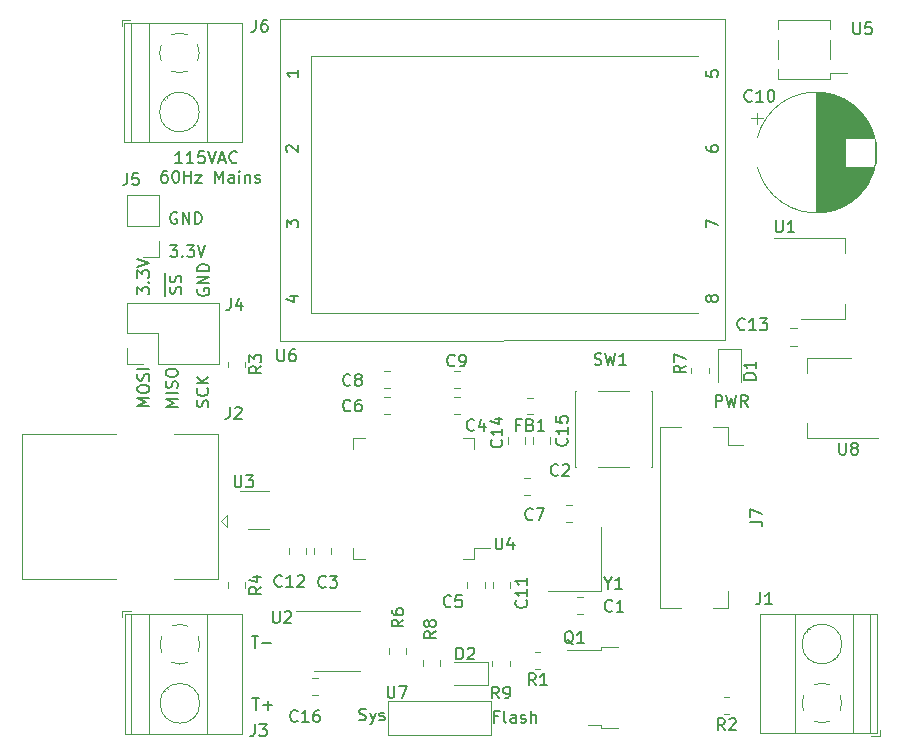
<source format=gbr>
%TF.GenerationSoftware,KiCad,Pcbnew,5.1.12-84ad8e8a86~92~ubuntu20.04.1*%
%TF.CreationDate,2021-12-25T01:33:58-06:00*%
%TF.ProjectId,Solder_Reflow_Oven_2.0,536f6c64-6572-45f5-9265-666c6f775f4f,rev?*%
%TF.SameCoordinates,Original*%
%TF.FileFunction,Legend,Top*%
%TF.FilePolarity,Positive*%
%FSLAX46Y46*%
G04 Gerber Fmt 4.6, Leading zero omitted, Abs format (unit mm)*
G04 Created by KiCad (PCBNEW 5.1.12-84ad8e8a86~92~ubuntu20.04.1) date 2021-12-25 01:33:58*
%MOMM*%
%LPD*%
G01*
G04 APERTURE LIST*
%ADD10C,0.150000*%
%ADD11C,0.120000*%
G04 APERTURE END LIST*
D10*
X89928866Y-106687880D02*
X89928866Y-105687880D01*
X90309819Y-105687880D01*
X90405057Y-105735500D01*
X90452676Y-105783119D01*
X90500295Y-105878357D01*
X90500295Y-106021214D01*
X90452676Y-106116452D01*
X90405057Y-106164071D01*
X90309819Y-106211690D01*
X89928866Y-106211690D01*
X90833628Y-105687880D02*
X91071723Y-106687880D01*
X91262200Y-105973595D01*
X91452676Y-106687880D01*
X91690771Y-105687880D01*
X92643152Y-106687880D02*
X92309819Y-106211690D01*
X92071723Y-106687880D02*
X92071723Y-105687880D01*
X92452676Y-105687880D01*
X92547914Y-105735500D01*
X92595533Y-105783119D01*
X92643152Y-105878357D01*
X92643152Y-106021214D01*
X92595533Y-106116452D01*
X92547914Y-106164071D01*
X92452676Y-106211690D01*
X92071723Y-106211690D01*
X71532928Y-132897571D02*
X71199595Y-132897571D01*
X71199595Y-133421380D02*
X71199595Y-132421380D01*
X71675785Y-132421380D01*
X72199595Y-133421380D02*
X72104357Y-133373761D01*
X72056738Y-133278523D01*
X72056738Y-132421380D01*
X73009119Y-133421380D02*
X73009119Y-132897571D01*
X72961500Y-132802333D01*
X72866261Y-132754714D01*
X72675785Y-132754714D01*
X72580547Y-132802333D01*
X73009119Y-133373761D02*
X72913880Y-133421380D01*
X72675785Y-133421380D01*
X72580547Y-133373761D01*
X72532928Y-133278523D01*
X72532928Y-133183285D01*
X72580547Y-133088047D01*
X72675785Y-133040428D01*
X72913880Y-133040428D01*
X73009119Y-132992809D01*
X73437690Y-133373761D02*
X73532928Y-133421380D01*
X73723404Y-133421380D01*
X73818642Y-133373761D01*
X73866261Y-133278523D01*
X73866261Y-133230904D01*
X73818642Y-133135666D01*
X73723404Y-133088047D01*
X73580547Y-133088047D01*
X73485309Y-133040428D01*
X73437690Y-132945190D01*
X73437690Y-132897571D01*
X73485309Y-132802333D01*
X73580547Y-132754714D01*
X73723404Y-132754714D01*
X73818642Y-132802333D01*
X74294833Y-133421380D02*
X74294833Y-132421380D01*
X74723404Y-133421380D02*
X74723404Y-132897571D01*
X74675785Y-132802333D01*
X74580547Y-132754714D01*
X74437690Y-132754714D01*
X74342452Y-132802333D01*
X74294833Y-132849952D01*
X59761571Y-133183261D02*
X59904428Y-133230880D01*
X60142523Y-133230880D01*
X60237761Y-133183261D01*
X60285380Y-133135642D01*
X60333000Y-133040404D01*
X60333000Y-132945166D01*
X60285380Y-132849928D01*
X60237761Y-132802309D01*
X60142523Y-132754690D01*
X59952047Y-132707071D01*
X59856809Y-132659452D01*
X59809190Y-132611833D01*
X59761571Y-132516595D01*
X59761571Y-132421357D01*
X59809190Y-132326119D01*
X59856809Y-132278500D01*
X59952047Y-132230880D01*
X60190142Y-132230880D01*
X60333000Y-132278500D01*
X60666333Y-132564214D02*
X60904428Y-133230880D01*
X61142523Y-132564214D02*
X60904428Y-133230880D01*
X60809190Y-133468976D01*
X60761571Y-133516595D01*
X60666333Y-133564214D01*
X61475857Y-133183261D02*
X61571095Y-133230880D01*
X61761571Y-133230880D01*
X61856809Y-133183261D01*
X61904428Y-133088023D01*
X61904428Y-133040404D01*
X61856809Y-132945166D01*
X61761571Y-132897547D01*
X61618714Y-132897547D01*
X61523476Y-132849928D01*
X61475857Y-132754690D01*
X61475857Y-132707071D01*
X61523476Y-132611833D01*
X61618714Y-132564214D01*
X61761571Y-132564214D01*
X61856809Y-132611833D01*
X50657238Y-126071380D02*
X51228666Y-126071380D01*
X50942952Y-127071380D02*
X50942952Y-126071380D01*
X51562000Y-126690428D02*
X52323904Y-126690428D01*
X50720738Y-131341880D02*
X51292166Y-131341880D01*
X51006452Y-132341880D02*
X51006452Y-131341880D01*
X51625500Y-131960928D02*
X52387404Y-131960928D01*
X52006452Y-132341880D02*
X52006452Y-131579976D01*
X44775738Y-86050880D02*
X44204309Y-86050880D01*
X44490023Y-86050880D02*
X44490023Y-85050880D01*
X44394785Y-85193738D01*
X44299547Y-85288976D01*
X44204309Y-85336595D01*
X45728119Y-86050880D02*
X45156690Y-86050880D01*
X45442404Y-86050880D02*
X45442404Y-85050880D01*
X45347166Y-85193738D01*
X45251928Y-85288976D01*
X45156690Y-85336595D01*
X46632880Y-85050880D02*
X46156690Y-85050880D01*
X46109071Y-85527071D01*
X46156690Y-85479452D01*
X46251928Y-85431833D01*
X46490023Y-85431833D01*
X46585261Y-85479452D01*
X46632880Y-85527071D01*
X46680500Y-85622309D01*
X46680500Y-85860404D01*
X46632880Y-85955642D01*
X46585261Y-86003261D01*
X46490023Y-86050880D01*
X46251928Y-86050880D01*
X46156690Y-86003261D01*
X46109071Y-85955642D01*
X46966214Y-85050880D02*
X47299547Y-86050880D01*
X47632880Y-85050880D01*
X47918595Y-85765166D02*
X48394785Y-85765166D01*
X47823357Y-86050880D02*
X48156690Y-85050880D01*
X48490023Y-86050880D01*
X49394785Y-85955642D02*
X49347166Y-86003261D01*
X49204309Y-86050880D01*
X49109071Y-86050880D01*
X48966214Y-86003261D01*
X48870976Y-85908023D01*
X48823357Y-85812785D01*
X48775738Y-85622309D01*
X48775738Y-85479452D01*
X48823357Y-85288976D01*
X48870976Y-85193738D01*
X48966214Y-85098500D01*
X49109071Y-85050880D01*
X49204309Y-85050880D01*
X49347166Y-85098500D01*
X49394785Y-85146119D01*
X43466214Y-86700880D02*
X43275738Y-86700880D01*
X43180500Y-86748500D01*
X43132880Y-86796119D01*
X43037642Y-86938976D01*
X42990023Y-87129452D01*
X42990023Y-87510404D01*
X43037642Y-87605642D01*
X43085261Y-87653261D01*
X43180500Y-87700880D01*
X43370976Y-87700880D01*
X43466214Y-87653261D01*
X43513833Y-87605642D01*
X43561452Y-87510404D01*
X43561452Y-87272309D01*
X43513833Y-87177071D01*
X43466214Y-87129452D01*
X43370976Y-87081833D01*
X43180500Y-87081833D01*
X43085261Y-87129452D01*
X43037642Y-87177071D01*
X42990023Y-87272309D01*
X44180500Y-86700880D02*
X44275738Y-86700880D01*
X44370976Y-86748500D01*
X44418595Y-86796119D01*
X44466214Y-86891357D01*
X44513833Y-87081833D01*
X44513833Y-87319928D01*
X44466214Y-87510404D01*
X44418595Y-87605642D01*
X44370976Y-87653261D01*
X44275738Y-87700880D01*
X44180500Y-87700880D01*
X44085261Y-87653261D01*
X44037642Y-87605642D01*
X43990023Y-87510404D01*
X43942404Y-87319928D01*
X43942404Y-87081833D01*
X43990023Y-86891357D01*
X44037642Y-86796119D01*
X44085261Y-86748500D01*
X44180500Y-86700880D01*
X44942404Y-87700880D02*
X44942404Y-86700880D01*
X44942404Y-87177071D02*
X45513833Y-87177071D01*
X45513833Y-87700880D02*
X45513833Y-86700880D01*
X45894785Y-87034214D02*
X46418595Y-87034214D01*
X45894785Y-87700880D01*
X46418595Y-87700880D01*
X47561452Y-87700880D02*
X47561452Y-86700880D01*
X47894785Y-87415166D01*
X48228119Y-86700880D01*
X48228119Y-87700880D01*
X49132880Y-87700880D02*
X49132880Y-87177071D01*
X49085261Y-87081833D01*
X48990023Y-87034214D01*
X48799547Y-87034214D01*
X48704309Y-87081833D01*
X49132880Y-87653261D02*
X49037642Y-87700880D01*
X48799547Y-87700880D01*
X48704309Y-87653261D01*
X48656690Y-87558023D01*
X48656690Y-87462785D01*
X48704309Y-87367547D01*
X48799547Y-87319928D01*
X49037642Y-87319928D01*
X49132880Y-87272309D01*
X49609071Y-87700880D02*
X49609071Y-87034214D01*
X49609071Y-86700880D02*
X49561452Y-86748500D01*
X49609071Y-86796119D01*
X49656690Y-86748500D01*
X49609071Y-86700880D01*
X49609071Y-86796119D01*
X50085261Y-87034214D02*
X50085261Y-87700880D01*
X50085261Y-87129452D02*
X50132880Y-87081833D01*
X50228119Y-87034214D01*
X50370976Y-87034214D01*
X50466214Y-87081833D01*
X50513833Y-87177071D01*
X50513833Y-87700880D01*
X50942404Y-87653261D02*
X51037642Y-87700880D01*
X51228119Y-87700880D01*
X51323357Y-87653261D01*
X51370976Y-87558023D01*
X51370976Y-87510404D01*
X51323357Y-87415166D01*
X51228119Y-87367547D01*
X51085261Y-87367547D01*
X50990023Y-87319928D01*
X50942404Y-87224690D01*
X50942404Y-87177071D01*
X50990023Y-87081833D01*
X51085261Y-87034214D01*
X51228119Y-87034214D01*
X51323357Y-87081833D01*
X43735809Y-92987880D02*
X44354857Y-92987880D01*
X44021523Y-93368833D01*
X44164380Y-93368833D01*
X44259619Y-93416452D01*
X44307238Y-93464071D01*
X44354857Y-93559309D01*
X44354857Y-93797404D01*
X44307238Y-93892642D01*
X44259619Y-93940261D01*
X44164380Y-93987880D01*
X43878666Y-93987880D01*
X43783428Y-93940261D01*
X43735809Y-93892642D01*
X44783428Y-93892642D02*
X44831047Y-93940261D01*
X44783428Y-93987880D01*
X44735809Y-93940261D01*
X44783428Y-93892642D01*
X44783428Y-93987880D01*
X45164380Y-92987880D02*
X45783428Y-92987880D01*
X45450095Y-93368833D01*
X45592952Y-93368833D01*
X45688190Y-93416452D01*
X45735809Y-93464071D01*
X45783428Y-93559309D01*
X45783428Y-93797404D01*
X45735809Y-93892642D01*
X45688190Y-93940261D01*
X45592952Y-93987880D01*
X45307238Y-93987880D01*
X45212000Y-93940261D01*
X45164380Y-93892642D01*
X46069142Y-92987880D02*
X46402476Y-93987880D01*
X46735809Y-92987880D01*
X44323095Y-90241500D02*
X44227857Y-90193880D01*
X44085000Y-90193880D01*
X43942142Y-90241500D01*
X43846904Y-90336738D01*
X43799285Y-90431976D01*
X43751666Y-90622452D01*
X43751666Y-90765309D01*
X43799285Y-90955785D01*
X43846904Y-91051023D01*
X43942142Y-91146261D01*
X44085000Y-91193880D01*
X44180238Y-91193880D01*
X44323095Y-91146261D01*
X44370714Y-91098642D01*
X44370714Y-90765309D01*
X44180238Y-90765309D01*
X44799285Y-91193880D02*
X44799285Y-90193880D01*
X45370714Y-91193880D01*
X45370714Y-90193880D01*
X45846904Y-91193880D02*
X45846904Y-90193880D01*
X46085000Y-90193880D01*
X46227857Y-90241500D01*
X46323095Y-90336738D01*
X46370714Y-90431976D01*
X46418333Y-90622452D01*
X46418333Y-90765309D01*
X46370714Y-90955785D01*
X46323095Y-91051023D01*
X46227857Y-91146261D01*
X46085000Y-91193880D01*
X45846904Y-91193880D01*
X40981380Y-97170690D02*
X40981380Y-96551642D01*
X41362333Y-96884976D01*
X41362333Y-96742119D01*
X41409952Y-96646880D01*
X41457571Y-96599261D01*
X41552809Y-96551642D01*
X41790904Y-96551642D01*
X41886142Y-96599261D01*
X41933761Y-96646880D01*
X41981380Y-96742119D01*
X41981380Y-97027833D01*
X41933761Y-97123071D01*
X41886142Y-97170690D01*
X41886142Y-96123071D02*
X41933761Y-96075452D01*
X41981380Y-96123071D01*
X41933761Y-96170690D01*
X41886142Y-96123071D01*
X41981380Y-96123071D01*
X40981380Y-95742119D02*
X40981380Y-95123071D01*
X41362333Y-95456404D01*
X41362333Y-95313547D01*
X41409952Y-95218309D01*
X41457571Y-95170690D01*
X41552809Y-95123071D01*
X41790904Y-95123071D01*
X41886142Y-95170690D01*
X41933761Y-95218309D01*
X41981380Y-95313547D01*
X41981380Y-95599261D01*
X41933761Y-95694500D01*
X41886142Y-95742119D01*
X40981380Y-94837357D02*
X41981380Y-94504023D01*
X40981380Y-94170690D01*
X43344500Y-97281880D02*
X43344500Y-96329500D01*
X44664261Y-97091404D02*
X44711880Y-96948547D01*
X44711880Y-96710452D01*
X44664261Y-96615214D01*
X44616642Y-96567595D01*
X44521404Y-96519976D01*
X44426166Y-96519976D01*
X44330928Y-96567595D01*
X44283309Y-96615214D01*
X44235690Y-96710452D01*
X44188071Y-96900928D01*
X44140452Y-96996166D01*
X44092833Y-97043785D01*
X43997595Y-97091404D01*
X43902357Y-97091404D01*
X43807119Y-97043785D01*
X43759500Y-96996166D01*
X43711880Y-96900928D01*
X43711880Y-96662833D01*
X43759500Y-96519976D01*
X43344500Y-96329500D02*
X43344500Y-95377119D01*
X44664261Y-96139023D02*
X44711880Y-95996166D01*
X44711880Y-95758071D01*
X44664261Y-95662833D01*
X44616642Y-95615214D01*
X44521404Y-95567595D01*
X44426166Y-95567595D01*
X44330928Y-95615214D01*
X44283309Y-95662833D01*
X44235690Y-95758071D01*
X44188071Y-95948547D01*
X44140452Y-96043785D01*
X44092833Y-96091404D01*
X43997595Y-96139023D01*
X43902357Y-96139023D01*
X43807119Y-96091404D01*
X43759500Y-96043785D01*
X43711880Y-95948547D01*
X43711880Y-95710452D01*
X43759500Y-95567595D01*
X46109000Y-96710404D02*
X46061380Y-96805642D01*
X46061380Y-96948500D01*
X46109000Y-97091357D01*
X46204238Y-97186595D01*
X46299476Y-97234214D01*
X46489952Y-97281833D01*
X46632809Y-97281833D01*
X46823285Y-97234214D01*
X46918523Y-97186595D01*
X47013761Y-97091357D01*
X47061380Y-96948500D01*
X47061380Y-96853261D01*
X47013761Y-96710404D01*
X46966142Y-96662785D01*
X46632809Y-96662785D01*
X46632809Y-96853261D01*
X47061380Y-96234214D02*
X46061380Y-96234214D01*
X47061380Y-95662785D01*
X46061380Y-95662785D01*
X47061380Y-95186595D02*
X46061380Y-95186595D01*
X46061380Y-94948500D01*
X46109000Y-94805642D01*
X46204238Y-94710404D01*
X46299476Y-94662785D01*
X46489952Y-94615166D01*
X46632809Y-94615166D01*
X46823285Y-94662785D01*
X46918523Y-94710404D01*
X47013761Y-94805642D01*
X47061380Y-94948500D01*
X47061380Y-95186595D01*
X46950261Y-106695714D02*
X46997880Y-106552857D01*
X46997880Y-106314761D01*
X46950261Y-106219523D01*
X46902642Y-106171904D01*
X46807404Y-106124285D01*
X46712166Y-106124285D01*
X46616928Y-106171904D01*
X46569309Y-106219523D01*
X46521690Y-106314761D01*
X46474071Y-106505238D01*
X46426452Y-106600476D01*
X46378833Y-106648095D01*
X46283595Y-106695714D01*
X46188357Y-106695714D01*
X46093119Y-106648095D01*
X46045500Y-106600476D01*
X45997880Y-106505238D01*
X45997880Y-106267142D01*
X46045500Y-106124285D01*
X46902642Y-105124285D02*
X46950261Y-105171904D01*
X46997880Y-105314761D01*
X46997880Y-105410000D01*
X46950261Y-105552857D01*
X46855023Y-105648095D01*
X46759785Y-105695714D01*
X46569309Y-105743333D01*
X46426452Y-105743333D01*
X46235976Y-105695714D01*
X46140738Y-105648095D01*
X46045500Y-105552857D01*
X45997880Y-105410000D01*
X45997880Y-105314761D01*
X46045500Y-105171904D01*
X46093119Y-105124285D01*
X46997880Y-104695714D02*
X45997880Y-104695714D01*
X46997880Y-104124285D02*
X46426452Y-104552857D01*
X45997880Y-104124285D02*
X46569309Y-104695714D01*
X44394380Y-106663928D02*
X43394380Y-106663928D01*
X44108666Y-106330595D01*
X43394380Y-105997261D01*
X44394380Y-105997261D01*
X44394380Y-105521071D02*
X43394380Y-105521071D01*
X44346761Y-105092500D02*
X44394380Y-104949642D01*
X44394380Y-104711547D01*
X44346761Y-104616309D01*
X44299142Y-104568690D01*
X44203904Y-104521071D01*
X44108666Y-104521071D01*
X44013428Y-104568690D01*
X43965809Y-104616309D01*
X43918190Y-104711547D01*
X43870571Y-104902023D01*
X43822952Y-104997261D01*
X43775333Y-105044880D01*
X43680095Y-105092500D01*
X43584857Y-105092500D01*
X43489619Y-105044880D01*
X43442000Y-104997261D01*
X43394380Y-104902023D01*
X43394380Y-104663928D01*
X43442000Y-104521071D01*
X43394380Y-103902023D02*
X43394380Y-103711547D01*
X43442000Y-103616309D01*
X43537238Y-103521071D01*
X43727714Y-103473452D01*
X44061047Y-103473452D01*
X44251523Y-103521071D01*
X44346761Y-103616309D01*
X44394380Y-103711547D01*
X44394380Y-103902023D01*
X44346761Y-103997261D01*
X44251523Y-104092500D01*
X44061047Y-104140119D01*
X43727714Y-104140119D01*
X43537238Y-104092500D01*
X43442000Y-103997261D01*
X43394380Y-103902023D01*
X41981380Y-106600428D02*
X40981380Y-106600428D01*
X41695666Y-106267095D01*
X40981380Y-105933761D01*
X41981380Y-105933761D01*
X40981380Y-105267095D02*
X40981380Y-105076619D01*
X41029000Y-104981380D01*
X41124238Y-104886142D01*
X41314714Y-104838523D01*
X41648047Y-104838523D01*
X41838523Y-104886142D01*
X41933761Y-104981380D01*
X41981380Y-105076619D01*
X41981380Y-105267095D01*
X41933761Y-105362333D01*
X41838523Y-105457571D01*
X41648047Y-105505190D01*
X41314714Y-105505190D01*
X41124238Y-105457571D01*
X41029000Y-105362333D01*
X40981380Y-105267095D01*
X41933761Y-104457571D02*
X41981380Y-104314714D01*
X41981380Y-104076619D01*
X41933761Y-103981380D01*
X41886142Y-103933761D01*
X41790904Y-103886142D01*
X41695666Y-103886142D01*
X41600428Y-103933761D01*
X41552809Y-103981380D01*
X41505190Y-104076619D01*
X41457571Y-104267095D01*
X41409952Y-104362333D01*
X41362333Y-104409952D01*
X41267095Y-104457571D01*
X41171857Y-104457571D01*
X41076619Y-104409952D01*
X41029000Y-104362333D01*
X40981380Y-104267095D01*
X40981380Y-104029000D01*
X41029000Y-103886142D01*
X41981380Y-103457571D02*
X40981380Y-103457571D01*
D11*
%TO.C,J2*%
X48544700Y-115882800D02*
X48044700Y-116382800D01*
X48544700Y-116882800D02*
X48544700Y-115882800D01*
X48044700Y-116382800D02*
X48544700Y-116882800D01*
X31224700Y-109022800D02*
X39194700Y-109022800D01*
X31224700Y-121242800D02*
X39194700Y-121242800D01*
X31224700Y-109022800D02*
X31224700Y-121242800D01*
X47844700Y-121242800D02*
X44094700Y-121242800D01*
X47844700Y-109022800D02*
X44094700Y-109022800D01*
X47844700Y-109022800D02*
X47844700Y-121242800D01*
%TO.C,R4*%
X48617200Y-121527836D02*
X48617200Y-121981964D01*
X50087200Y-121527836D02*
X50087200Y-121981964D01*
%TO.C,C1*%
X78683752Y-124242500D02*
X78161248Y-124242500D01*
X78683752Y-122772500D02*
X78161248Y-122772500D01*
%TO.C,C2*%
X73716248Y-112676000D02*
X74238752Y-112676000D01*
X73716248Y-114146000D02*
X74238752Y-114146000D01*
%TO.C,C4*%
X67810748Y-105818000D02*
X68333252Y-105818000D01*
X67810748Y-107288000D02*
X68333252Y-107288000D01*
%TO.C,C5*%
X70394500Y-121531748D02*
X70394500Y-122054252D01*
X68924500Y-121531748D02*
X68924500Y-122054252D01*
%TO.C,C6*%
X61841748Y-105818000D02*
X62364252Y-105818000D01*
X61841748Y-107288000D02*
X62364252Y-107288000D01*
%TO.C,C7*%
X77794752Y-116432000D02*
X77272248Y-116432000D01*
X77794752Y-114962000D02*
X77272248Y-114962000D01*
%TO.C,C8*%
X61841748Y-103659000D02*
X62364252Y-103659000D01*
X61841748Y-105129000D02*
X62364252Y-105129000D01*
%TO.C,C9*%
X67810748Y-103659000D02*
X68333252Y-103659000D01*
X67810748Y-105129000D02*
X68333252Y-105129000D01*
%TO.C,C11*%
X72553500Y-121510248D02*
X72553500Y-122032752D01*
X71083500Y-121510248D02*
X71083500Y-122032752D01*
%TO.C,C12*%
X53811500Y-119133252D02*
X53811500Y-118610748D01*
X55281500Y-119133252D02*
X55281500Y-118610748D01*
%TO.C,C13*%
X96793952Y-101509500D02*
X96271448Y-101509500D01*
X96793952Y-100039500D02*
X96271448Y-100039500D01*
%TO.C,C14*%
X73823500Y-109276248D02*
X73823500Y-109798752D01*
X72353500Y-109276248D02*
X72353500Y-109798752D01*
%TO.C,C15*%
X75919000Y-109276248D02*
X75919000Y-109798752D01*
X74449000Y-109276248D02*
X74449000Y-109798752D01*
%TO.C,C16*%
X55745748Y-129630500D02*
X56268252Y-129630500D01*
X55745748Y-131100500D02*
X56268252Y-131100500D01*
%TO.C,C3*%
X55907000Y-119133252D02*
X55907000Y-118610748D01*
X57377000Y-119133252D02*
X57377000Y-118610748D01*
%TO.C,U4*%
X60216300Y-109329700D02*
X59266300Y-109329700D01*
X59266300Y-109329700D02*
X59266300Y-110279700D01*
X68536300Y-109329700D02*
X69486300Y-109329700D01*
X69486300Y-109329700D02*
X69486300Y-110279700D01*
X60216300Y-119549700D02*
X59266300Y-119549700D01*
X59266300Y-119549700D02*
X59266300Y-118599700D01*
X68536300Y-119549700D02*
X69486300Y-119549700D01*
X69486300Y-119549700D02*
X69486300Y-118599700D01*
X69486300Y-118599700D02*
X70826300Y-118599700D01*
%TO.C,U2*%
X57873900Y-129064700D02*
X59823900Y-129064700D01*
X57873900Y-129064700D02*
X55923900Y-129064700D01*
X57873900Y-123944700D02*
X59823900Y-123944700D01*
X57873900Y-123944700D02*
X54423900Y-123944700D01*
%TO.C,J7*%
X91025500Y-109918000D02*
X91025500Y-108428000D01*
X91025500Y-108428000D02*
X89685500Y-108428000D01*
X91025500Y-122238000D02*
X91025500Y-123728000D01*
X91025500Y-123728000D02*
X89685500Y-123728000D01*
X86965500Y-108428000D02*
X85225500Y-108428000D01*
X85225500Y-108428000D02*
X85225500Y-123728000D01*
X85225500Y-123728000D02*
X86965500Y-123728000D01*
X91025500Y-109918000D02*
X92225500Y-109918000D01*
%TO.C,SW1*%
X78050000Y-105355000D02*
X78080000Y-105355000D01*
X84510000Y-105355000D02*
X84480000Y-105355000D01*
X84510000Y-111815000D02*
X84480000Y-111815000D01*
X78080000Y-111815000D02*
X78050000Y-111815000D01*
X79980000Y-105355000D02*
X82580000Y-105355000D01*
X78050000Y-111815000D02*
X78050000Y-105355000D01*
X79980000Y-111815000D02*
X82580000Y-111815000D01*
X84510000Y-111815000D02*
X84510000Y-105355000D01*
%TO.C,J1*%
X103833000Y-134562500D02*
X103833000Y-134062500D01*
X103093000Y-134562500D02*
X103833000Y-134562500D01*
X99956000Y-127989500D02*
X100002000Y-128036500D01*
X97658000Y-125692500D02*
X97694000Y-125727500D01*
X100172000Y-127796500D02*
X100207000Y-127831500D01*
X97864000Y-125487500D02*
X97910000Y-125534500D01*
X93672000Y-124202500D02*
X103593000Y-124202500D01*
X93672000Y-134322500D02*
X103593000Y-134322500D01*
X103593000Y-134322500D02*
X103593000Y-124202500D01*
X93672000Y-134322500D02*
X93672000Y-124202500D01*
X96632000Y-134322500D02*
X96632000Y-124202500D01*
X101533000Y-134322500D02*
X101533000Y-124202500D01*
X103033000Y-134322500D02*
X103033000Y-124202500D01*
X100613000Y-126762500D02*
G75*
G03*
X100613000Y-126762500I-1680000J0D01*
G01*
X100613253Y-131733695D02*
G75*
G02*
X100468000Y-132446500I-1680253J-28805D01*
G01*
X99616042Y-133297926D02*
G75*
G02*
X98249000Y-133297500I-683042J1535426D01*
G01*
X97397574Y-132445542D02*
G75*
G02*
X97398000Y-131078500I1535426J683042D01*
G01*
X98249958Y-130227074D02*
G75*
G02*
X99617000Y-130227500I683042J-1535426D01*
G01*
X100467756Y-131079182D02*
G75*
G02*
X100613000Y-131762500I-1534756J-683318D01*
G01*
%TO.C,J3*%
X46257000Y-131784100D02*
G75*
G03*
X46257000Y-131784100I-1680000J0D01*
G01*
X40477000Y-124224100D02*
X40477000Y-134344100D01*
X41977000Y-124224100D02*
X41977000Y-134344100D01*
X46878000Y-124224100D02*
X46878000Y-134344100D01*
X49838000Y-124224100D02*
X49838000Y-134344100D01*
X39917000Y-124224100D02*
X39917000Y-134344100D01*
X49838000Y-124224100D02*
X39917000Y-124224100D01*
X49838000Y-134344100D02*
X39917000Y-134344100D01*
X45646000Y-133059100D02*
X45600000Y-133012100D01*
X43338000Y-130750100D02*
X43303000Y-130715100D01*
X45852000Y-132854100D02*
X45816000Y-132819100D01*
X43554000Y-130557100D02*
X43508000Y-130510100D01*
X40417000Y-123984100D02*
X39677000Y-123984100D01*
X39677000Y-123984100D02*
X39677000Y-124484100D01*
X43042244Y-127467418D02*
G75*
G02*
X42897000Y-126784100I1534756J683318D01*
G01*
X45260042Y-128319526D02*
G75*
G02*
X43893000Y-128319100I-683042J1535426D01*
G01*
X46112426Y-126101058D02*
G75*
G02*
X46112000Y-127468100I-1535426J-683042D01*
G01*
X43893958Y-125248674D02*
G75*
G02*
X45261000Y-125249100I683042J-1535426D01*
G01*
X42896747Y-126812905D02*
G75*
G02*
X43042000Y-126100100I1680253J28805D01*
G01*
%TO.C,Q1*%
X81707000Y-126979000D02*
X80207000Y-126979000D01*
X80207000Y-126979000D02*
X80207000Y-127249000D01*
X80207000Y-127249000D02*
X77377000Y-127249000D01*
X81707000Y-133879000D02*
X80207000Y-133879000D01*
X80207000Y-133879000D02*
X80207000Y-133609000D01*
X80207000Y-133609000D02*
X79107000Y-133609000D01*
%TO.C,U3*%
X50344500Y-117053000D02*
X52144500Y-117053000D01*
X52144500Y-113833000D02*
X49694500Y-113833000D01*
%TO.C,U5*%
X99647100Y-78903200D02*
X99647100Y-78403200D01*
X99647100Y-78403200D02*
X101047100Y-78403200D01*
X95247100Y-77203200D02*
X95247100Y-75603200D01*
X99647100Y-77203200D02*
X99647100Y-75603200D01*
X95247100Y-78103200D02*
X95247100Y-78903200D01*
X95247100Y-78903200D02*
X99647100Y-78903200D01*
X95247100Y-74703200D02*
X95247100Y-73903200D01*
X95247100Y-73903200D02*
X99647100Y-73903200D01*
X99647100Y-73903200D02*
X99647100Y-74703200D01*
%TO.C,Y1*%
X75728000Y-122270500D02*
X80228000Y-122270500D01*
X80228000Y-122270500D02*
X80228000Y-116870500D01*
%TO.C,U1*%
X100919200Y-99218800D02*
X100919200Y-97958800D01*
X100919200Y-92398800D02*
X100919200Y-93658800D01*
X97159200Y-99218800D02*
X100919200Y-99218800D01*
X94909200Y-92398800D02*
X100919200Y-92398800D01*
%TO.C,J6*%
X46218900Y-81720700D02*
G75*
G03*
X46218900Y-81720700I-1680000J0D01*
G01*
X40438900Y-74160700D02*
X40438900Y-84280700D01*
X41938900Y-74160700D02*
X41938900Y-84280700D01*
X46839900Y-74160700D02*
X46839900Y-84280700D01*
X49799900Y-74160700D02*
X49799900Y-84280700D01*
X39878900Y-74160700D02*
X39878900Y-84280700D01*
X49799900Y-74160700D02*
X39878900Y-74160700D01*
X49799900Y-84280700D02*
X39878900Y-84280700D01*
X45607900Y-82995700D02*
X45561900Y-82948700D01*
X43299900Y-80686700D02*
X43264900Y-80651700D01*
X45813900Y-82790700D02*
X45777900Y-82755700D01*
X43515900Y-80493700D02*
X43469900Y-80446700D01*
X40378900Y-73920700D02*
X39638900Y-73920700D01*
X39638900Y-73920700D02*
X39638900Y-74420700D01*
X43004144Y-77404018D02*
G75*
G02*
X42858900Y-76720700I1534756J683318D01*
G01*
X45221942Y-78256126D02*
G75*
G02*
X43854900Y-78255700I-683042J1535426D01*
G01*
X46074326Y-76037658D02*
G75*
G02*
X46073900Y-77404700I-1535426J-683042D01*
G01*
X43855858Y-75185274D02*
G75*
G02*
X45222900Y-75185700I683042J-1535426D01*
G01*
X42858647Y-76749505D02*
G75*
G02*
X43003900Y-76036700I1680253J28805D01*
G01*
%TO.C,U6*%
X53034700Y-101130100D02*
X53034700Y-73840600D01*
X53034700Y-101130100D02*
X90627200Y-101066600D01*
X90754200Y-73840600D02*
X53034700Y-73840600D01*
X90754200Y-73840600D02*
X90690700Y-101066600D01*
X55654700Y-76960600D02*
X55654700Y-98780600D01*
X55654700Y-98780600D02*
X88404700Y-98780600D01*
X55654700Y-94460600D02*
X55654700Y-94960600D01*
X55654700Y-76960600D02*
X88404700Y-76960600D01*
X55654700Y-82460600D02*
X55654700Y-79960600D01*
%TO.C,U7*%
X62230000Y-131572000D02*
X70929500Y-131572000D01*
X70929500Y-131572000D02*
X70929500Y-134429500D01*
X70929500Y-134429500D02*
X62166500Y-134429500D01*
X62166500Y-134429500D02*
X62166500Y-131572000D01*
%TO.C,J4*%
X40135500Y-103057000D02*
X40135500Y-101727000D01*
X41465500Y-103057000D02*
X40135500Y-103057000D01*
X40135500Y-100457000D02*
X40135500Y-97857000D01*
X42735500Y-100457000D02*
X40135500Y-100457000D01*
X42735500Y-103057000D02*
X42735500Y-100457000D01*
X40135500Y-97857000D02*
X47875500Y-97857000D01*
X42735500Y-103057000D02*
X47875500Y-103057000D01*
X47875500Y-103057000D02*
X47875500Y-97857000D01*
%TO.C,J5*%
X42795500Y-93976500D02*
X41465500Y-93976500D01*
X42795500Y-92646500D02*
X42795500Y-93976500D01*
X42795500Y-91376500D02*
X40135500Y-91376500D01*
X40135500Y-91376500D02*
X40135500Y-88776500D01*
X42795500Y-91376500D02*
X42795500Y-88776500D01*
X42795500Y-88776500D02*
X40135500Y-88776500D01*
%TO.C,D1*%
X90162500Y-101746600D02*
X90162500Y-104606600D01*
X92082500Y-101746600D02*
X90162500Y-101746600D01*
X92082500Y-104606600D02*
X92082500Y-101746600D01*
%TO.C,D2*%
X67783200Y-130233300D02*
X70643200Y-130233300D01*
X70643200Y-130233300D02*
X70643200Y-128313300D01*
X70643200Y-128313300D02*
X67783200Y-128313300D01*
%TO.C,FB1*%
X74492752Y-105906500D02*
X73970248Y-105906500D01*
X74492752Y-107326500D02*
X73970248Y-107326500D01*
%TO.C,R1*%
X75093564Y-127408000D02*
X74639436Y-127408000D01*
X75093564Y-128878000D02*
X74639436Y-128878000D01*
%TO.C,R2*%
X91095564Y-131218000D02*
X90641436Y-131218000D01*
X91095564Y-132688000D02*
X90641436Y-132688000D01*
%TO.C,R3*%
X50099900Y-102846136D02*
X50099900Y-103300264D01*
X48629900Y-102846136D02*
X48629900Y-103300264D01*
%TO.C,R6*%
X62269700Y-127582664D02*
X62269700Y-127128536D01*
X63739700Y-127582664D02*
X63739700Y-127128536D01*
%TO.C,R7*%
X89355600Y-103808264D02*
X89355600Y-103354136D01*
X87885600Y-103808264D02*
X87885600Y-103354136D01*
%TO.C,R8*%
X66635300Y-128598664D02*
X66635300Y-128144536D01*
X65165300Y-128598664D02*
X65165300Y-128144536D01*
%TO.C,R9*%
X72490000Y-128169936D02*
X72490000Y-128624064D01*
X71020000Y-128169936D02*
X71020000Y-128624064D01*
%TO.C,U8*%
X103642600Y-109340700D02*
X97632600Y-109340700D01*
X101392600Y-102520700D02*
X97632600Y-102520700D01*
X97632600Y-109340700D02*
X97632600Y-108080700D01*
X97632600Y-102520700D02*
X97632600Y-103780700D01*
%TO.C,C10*%
X93461554Y-81765800D02*
X93461554Y-82765800D01*
X92961554Y-82265800D02*
X93961554Y-82265800D01*
X103522200Y-84541800D02*
X103522200Y-85739800D01*
X103482200Y-84278800D02*
X103482200Y-86002800D01*
X103442200Y-84078800D02*
X103442200Y-86202800D01*
X103362200Y-86381800D02*
X103362200Y-86518800D01*
X103362200Y-83762800D02*
X103362200Y-83899800D01*
X103322200Y-86381800D02*
X103322200Y-86650800D01*
X103322200Y-83630800D02*
X103322200Y-83899800D01*
X103282200Y-86381800D02*
X103282200Y-86770800D01*
X103282200Y-83510800D02*
X103282200Y-83899800D01*
X103242200Y-86381800D02*
X103242200Y-86882800D01*
X103242200Y-83398800D02*
X103242200Y-83899800D01*
X103202200Y-86381800D02*
X103202200Y-86986800D01*
X103202200Y-83294800D02*
X103202200Y-83899800D01*
X103162200Y-86381800D02*
X103162200Y-87084800D01*
X103162200Y-83196800D02*
X103162200Y-83899800D01*
X103122200Y-86381800D02*
X103122200Y-87177800D01*
X103122200Y-83103800D02*
X103122200Y-83899800D01*
X103082200Y-86381800D02*
X103082200Y-87265800D01*
X103082200Y-83015800D02*
X103082200Y-83899800D01*
X103042200Y-86381800D02*
X103042200Y-87349800D01*
X103042200Y-82931800D02*
X103042200Y-83899800D01*
X103002200Y-86381800D02*
X103002200Y-87429800D01*
X103002200Y-82851800D02*
X103002200Y-83899800D01*
X102962200Y-86381800D02*
X102962200Y-87505800D01*
X102962200Y-82775800D02*
X102962200Y-83899800D01*
X102922200Y-86381800D02*
X102922200Y-87579800D01*
X102922200Y-82701800D02*
X102922200Y-83899800D01*
X102882200Y-86381800D02*
X102882200Y-87650800D01*
X102882200Y-82630800D02*
X102882200Y-83899800D01*
X102842200Y-86381800D02*
X102842200Y-87719800D01*
X102842200Y-82561800D02*
X102842200Y-83899800D01*
X102802200Y-86381800D02*
X102802200Y-87785800D01*
X102802200Y-82495800D02*
X102802200Y-83899800D01*
X102762200Y-86381800D02*
X102762200Y-87849800D01*
X102762200Y-82431800D02*
X102762200Y-83899800D01*
X102722200Y-86381800D02*
X102722200Y-87910800D01*
X102722200Y-82370800D02*
X102722200Y-83899800D01*
X102682200Y-86381800D02*
X102682200Y-87970800D01*
X102682200Y-82310800D02*
X102682200Y-83899800D01*
X102642200Y-86381800D02*
X102642200Y-88029800D01*
X102642200Y-82251800D02*
X102642200Y-83899800D01*
X102602200Y-86381800D02*
X102602200Y-88085800D01*
X102602200Y-82195800D02*
X102602200Y-83899800D01*
X102562200Y-86381800D02*
X102562200Y-88140800D01*
X102562200Y-82140800D02*
X102562200Y-83899800D01*
X102522200Y-86381800D02*
X102522200Y-88194800D01*
X102522200Y-82086800D02*
X102522200Y-83899800D01*
X102482200Y-86381800D02*
X102482200Y-88246800D01*
X102482200Y-82034800D02*
X102482200Y-83899800D01*
X102442200Y-86381800D02*
X102442200Y-88296800D01*
X102442200Y-81984800D02*
X102442200Y-83899800D01*
X102402200Y-86381800D02*
X102402200Y-88346800D01*
X102402200Y-81934800D02*
X102402200Y-83899800D01*
X102362200Y-86381800D02*
X102362200Y-88394800D01*
X102362200Y-81886800D02*
X102362200Y-83899800D01*
X102322200Y-86381800D02*
X102322200Y-88441800D01*
X102322200Y-81839800D02*
X102322200Y-83899800D01*
X102282200Y-86381800D02*
X102282200Y-88487800D01*
X102282200Y-81793800D02*
X102282200Y-83899800D01*
X102242200Y-86381800D02*
X102242200Y-88532800D01*
X102242200Y-81748800D02*
X102242200Y-83899800D01*
X102202200Y-86381800D02*
X102202200Y-88576800D01*
X102202200Y-81704800D02*
X102202200Y-83899800D01*
X102162200Y-86381800D02*
X102162200Y-88618800D01*
X102162200Y-81662800D02*
X102162200Y-83899800D01*
X102122200Y-86381800D02*
X102122200Y-88660800D01*
X102122200Y-81620800D02*
X102122200Y-83899800D01*
X102082200Y-86381800D02*
X102082200Y-88701800D01*
X102082200Y-81579800D02*
X102082200Y-83899800D01*
X102042200Y-86381800D02*
X102042200Y-88741800D01*
X102042200Y-81539800D02*
X102042200Y-83899800D01*
X102002200Y-86381800D02*
X102002200Y-88780800D01*
X102002200Y-81500800D02*
X102002200Y-83899800D01*
X101962200Y-86381800D02*
X101962200Y-88819800D01*
X101962200Y-81461800D02*
X101962200Y-83899800D01*
X101922200Y-86381800D02*
X101922200Y-88856800D01*
X101922200Y-81424800D02*
X101922200Y-83899800D01*
X101882200Y-86381800D02*
X101882200Y-88893800D01*
X101882200Y-81387800D02*
X101882200Y-83899800D01*
X101842200Y-86381800D02*
X101842200Y-88929800D01*
X101842200Y-81351800D02*
X101842200Y-83899800D01*
X101802200Y-86381800D02*
X101802200Y-88964800D01*
X101802200Y-81316800D02*
X101802200Y-83899800D01*
X101762200Y-86381800D02*
X101762200Y-88998800D01*
X101762200Y-81282800D02*
X101762200Y-83899800D01*
X101722200Y-86381800D02*
X101722200Y-89032800D01*
X101722200Y-81248800D02*
X101722200Y-83899800D01*
X101682200Y-86381800D02*
X101682200Y-89065800D01*
X101682200Y-81215800D02*
X101682200Y-83899800D01*
X101642200Y-86381800D02*
X101642200Y-89097800D01*
X101642200Y-81183800D02*
X101642200Y-83899800D01*
X101602200Y-86381800D02*
X101602200Y-89129800D01*
X101602200Y-81151800D02*
X101602200Y-83899800D01*
X101562200Y-86381800D02*
X101562200Y-89160800D01*
X101562200Y-81120800D02*
X101562200Y-83899800D01*
X101522200Y-86381800D02*
X101522200Y-89190800D01*
X101522200Y-81090800D02*
X101522200Y-83899800D01*
X101482200Y-86381800D02*
X101482200Y-89220800D01*
X101482200Y-81060800D02*
X101482200Y-83899800D01*
X101442200Y-86381800D02*
X101442200Y-89250800D01*
X101442200Y-81030800D02*
X101442200Y-83899800D01*
X101402200Y-86381800D02*
X101402200Y-89278800D01*
X101402200Y-81002800D02*
X101402200Y-83899800D01*
X101362200Y-86381800D02*
X101362200Y-89306800D01*
X101362200Y-80974800D02*
X101362200Y-83899800D01*
X101322200Y-86381800D02*
X101322200Y-89334800D01*
X101322200Y-80946800D02*
X101322200Y-83899800D01*
X101282200Y-86381800D02*
X101282200Y-89361800D01*
X101282200Y-80919800D02*
X101282200Y-83899800D01*
X101242200Y-86381800D02*
X101242200Y-89387800D01*
X101242200Y-80893800D02*
X101242200Y-83899800D01*
X101202200Y-86381800D02*
X101202200Y-89413800D01*
X101202200Y-80867800D02*
X101202200Y-83899800D01*
X101162200Y-86381800D02*
X101162200Y-89438800D01*
X101162200Y-80842800D02*
X101162200Y-83899800D01*
X101122200Y-86381800D02*
X101122200Y-89463800D01*
X101122200Y-80817800D02*
X101122200Y-83899800D01*
X101082200Y-86381800D02*
X101082200Y-89487800D01*
X101082200Y-80793800D02*
X101082200Y-83899800D01*
X101042200Y-86381800D02*
X101042200Y-89511800D01*
X101042200Y-80769800D02*
X101042200Y-83899800D01*
X101002200Y-86381800D02*
X101002200Y-89535800D01*
X101002200Y-80745800D02*
X101002200Y-83899800D01*
X100962200Y-86381800D02*
X100962200Y-89557800D01*
X100962200Y-80723800D02*
X100962200Y-83899800D01*
X100922200Y-80700800D02*
X100922200Y-89580800D01*
X100882200Y-80678800D02*
X100882200Y-89602800D01*
X100842200Y-80657800D02*
X100842200Y-89623800D01*
X100802200Y-80636800D02*
X100802200Y-89644800D01*
X100762200Y-80615800D02*
X100762200Y-89665800D01*
X100722200Y-80595800D02*
X100722200Y-89685800D01*
X100682200Y-80576800D02*
X100682200Y-89704800D01*
X100642200Y-80556800D02*
X100642200Y-89724800D01*
X100602200Y-80537800D02*
X100602200Y-89743800D01*
X100562200Y-80519800D02*
X100562200Y-89761800D01*
X100522200Y-80501800D02*
X100522200Y-89779800D01*
X100482200Y-80483800D02*
X100482200Y-89797800D01*
X100442200Y-80466800D02*
X100442200Y-89814800D01*
X100402200Y-80450800D02*
X100402200Y-89830800D01*
X100362200Y-80433800D02*
X100362200Y-89847800D01*
X100322200Y-80417800D02*
X100322200Y-89863800D01*
X100282200Y-80402800D02*
X100282200Y-89878800D01*
X100242200Y-80386800D02*
X100242200Y-89894800D01*
X100202200Y-80372800D02*
X100202200Y-89908800D01*
X100162200Y-80357800D02*
X100162200Y-89923800D01*
X100122200Y-80343800D02*
X100122200Y-89937800D01*
X100082200Y-80329800D02*
X100082200Y-89951800D01*
X100042200Y-80316800D02*
X100042200Y-89964800D01*
X100002200Y-80303800D02*
X100002200Y-89977800D01*
X99962200Y-80290800D02*
X99962200Y-89990800D01*
X99922200Y-80278800D02*
X99922200Y-90002800D01*
X99882200Y-80266800D02*
X99882200Y-90014800D01*
X99842200Y-80255800D02*
X99842200Y-90025800D01*
X99802200Y-80243800D02*
X99802200Y-90037800D01*
X99762200Y-80233800D02*
X99762200Y-90047800D01*
X99722200Y-80222800D02*
X99722200Y-90058800D01*
X99682200Y-80212800D02*
X99682200Y-90068800D01*
X99642200Y-80202800D02*
X99642200Y-90078800D01*
X99602200Y-80193800D02*
X99602200Y-90087800D01*
X99562200Y-80184800D02*
X99562200Y-90096800D01*
X99522200Y-80175800D02*
X99522200Y-90105800D01*
X99482200Y-80166800D02*
X99482200Y-90114800D01*
X99442200Y-80158800D02*
X99442200Y-90122800D01*
X99402200Y-80150800D02*
X99402200Y-90130800D01*
X99362200Y-80143800D02*
X99362200Y-90137800D01*
X99322200Y-80136800D02*
X99322200Y-90144800D01*
X99282200Y-80129800D02*
X99282200Y-90151800D01*
X99242200Y-80122800D02*
X99242200Y-90158800D01*
X99202200Y-80116800D02*
X99202200Y-90164800D01*
X99162200Y-80110800D02*
X99162200Y-90170800D01*
X99121200Y-80105800D02*
X99121200Y-90175800D01*
X99081200Y-80100800D02*
X99081200Y-90180800D01*
X99041200Y-80095800D02*
X99041200Y-90185800D01*
X99001200Y-80090800D02*
X99001200Y-90190800D01*
X98961200Y-80086800D02*
X98961200Y-90194800D01*
X98921200Y-80082800D02*
X98921200Y-90198800D01*
X98881200Y-80078800D02*
X98881200Y-90202800D01*
X98841200Y-80075800D02*
X98841200Y-90205800D01*
X98801200Y-80072800D02*
X98801200Y-90208800D01*
X98761200Y-80070800D02*
X98761200Y-90210800D01*
X98721200Y-80067800D02*
X98721200Y-90213800D01*
X98681200Y-80065800D02*
X98681200Y-90215800D01*
X98641200Y-80063800D02*
X98641200Y-90217800D01*
X98601200Y-80062800D02*
X98601200Y-90218800D01*
X98561200Y-80061800D02*
X98561200Y-90219800D01*
X98521200Y-80060800D02*
X98521200Y-90220800D01*
X98481200Y-80060800D02*
X98481200Y-90220800D01*
X98441200Y-80060800D02*
X98441200Y-90220800D01*
X93478660Y-86400800D02*
G75*
G03*
X93478660Y-83880800I4962540J1260000D01*
G01*
%TO.C,J2*%
D10*
X48802966Y-106703880D02*
X48802966Y-107418166D01*
X48755347Y-107561023D01*
X48660109Y-107656261D01*
X48517252Y-107703880D01*
X48422014Y-107703880D01*
X49231538Y-106799119D02*
X49279157Y-106751500D01*
X49374395Y-106703880D01*
X49612490Y-106703880D01*
X49707728Y-106751500D01*
X49755347Y-106799119D01*
X49802966Y-106894357D01*
X49802966Y-106989595D01*
X49755347Y-107132452D01*
X49183919Y-107703880D01*
X49802966Y-107703880D01*
%TO.C,R4*%
X51454580Y-121921566D02*
X50978390Y-122254900D01*
X51454580Y-122492995D02*
X50454580Y-122492995D01*
X50454580Y-122112042D01*
X50502200Y-122016804D01*
X50549819Y-121969185D01*
X50645057Y-121921566D01*
X50787914Y-121921566D01*
X50883152Y-121969185D01*
X50930771Y-122016804D01*
X50978390Y-122112042D01*
X50978390Y-122492995D01*
X50787914Y-121064423D02*
X51454580Y-121064423D01*
X50406961Y-121302519D02*
X51121247Y-121540614D01*
X51121247Y-120921566D01*
%TO.C,C1*%
X81176833Y-123928142D02*
X81129214Y-123975761D01*
X80986357Y-124023380D01*
X80891119Y-124023380D01*
X80748261Y-123975761D01*
X80653023Y-123880523D01*
X80605404Y-123785285D01*
X80557785Y-123594809D01*
X80557785Y-123451952D01*
X80605404Y-123261476D01*
X80653023Y-123166238D01*
X80748261Y-123071000D01*
X80891119Y-123023380D01*
X80986357Y-123023380D01*
X81129214Y-123071000D01*
X81176833Y-123118619D01*
X82129214Y-124023380D02*
X81557785Y-124023380D01*
X81843500Y-124023380D02*
X81843500Y-123023380D01*
X81748261Y-123166238D01*
X81653023Y-123261476D01*
X81557785Y-123309095D01*
%TO.C,C2*%
X76604833Y-112434642D02*
X76557214Y-112482261D01*
X76414357Y-112529880D01*
X76319119Y-112529880D01*
X76176261Y-112482261D01*
X76081023Y-112387023D01*
X76033404Y-112291785D01*
X75985785Y-112101309D01*
X75985785Y-111958452D01*
X76033404Y-111767976D01*
X76081023Y-111672738D01*
X76176261Y-111577500D01*
X76319119Y-111529880D01*
X76414357Y-111529880D01*
X76557214Y-111577500D01*
X76604833Y-111625119D01*
X76985785Y-111625119D02*
X77033404Y-111577500D01*
X77128642Y-111529880D01*
X77366738Y-111529880D01*
X77461976Y-111577500D01*
X77509595Y-111625119D01*
X77557214Y-111720357D01*
X77557214Y-111815595D01*
X77509595Y-111958452D01*
X76938166Y-112529880D01*
X77557214Y-112529880D01*
%TO.C,C4*%
X69492833Y-108624642D02*
X69445214Y-108672261D01*
X69302357Y-108719880D01*
X69207119Y-108719880D01*
X69064261Y-108672261D01*
X68969023Y-108577023D01*
X68921404Y-108481785D01*
X68873785Y-108291309D01*
X68873785Y-108148452D01*
X68921404Y-107957976D01*
X68969023Y-107862738D01*
X69064261Y-107767500D01*
X69207119Y-107719880D01*
X69302357Y-107719880D01*
X69445214Y-107767500D01*
X69492833Y-107815119D01*
X70349976Y-108053214D02*
X70349976Y-108719880D01*
X70111880Y-107672261D02*
X69873785Y-108386547D01*
X70492833Y-108386547D01*
%TO.C,C5*%
X67524333Y-123547142D02*
X67476714Y-123594761D01*
X67333857Y-123642380D01*
X67238619Y-123642380D01*
X67095761Y-123594761D01*
X67000523Y-123499523D01*
X66952904Y-123404285D01*
X66905285Y-123213809D01*
X66905285Y-123070952D01*
X66952904Y-122880476D01*
X67000523Y-122785238D01*
X67095761Y-122690000D01*
X67238619Y-122642380D01*
X67333857Y-122642380D01*
X67476714Y-122690000D01*
X67524333Y-122737619D01*
X68429095Y-122642380D02*
X67952904Y-122642380D01*
X67905285Y-123118571D01*
X67952904Y-123070952D01*
X68048142Y-123023333D01*
X68286238Y-123023333D01*
X68381476Y-123070952D01*
X68429095Y-123118571D01*
X68476714Y-123213809D01*
X68476714Y-123451904D01*
X68429095Y-123547142D01*
X68381476Y-123594761D01*
X68286238Y-123642380D01*
X68048142Y-123642380D01*
X67952904Y-123594761D01*
X67905285Y-123547142D01*
%TO.C,C6*%
X59015333Y-106973642D02*
X58967714Y-107021261D01*
X58824857Y-107068880D01*
X58729619Y-107068880D01*
X58586761Y-107021261D01*
X58491523Y-106926023D01*
X58443904Y-106830785D01*
X58396285Y-106640309D01*
X58396285Y-106497452D01*
X58443904Y-106306976D01*
X58491523Y-106211738D01*
X58586761Y-106116500D01*
X58729619Y-106068880D01*
X58824857Y-106068880D01*
X58967714Y-106116500D01*
X59015333Y-106164119D01*
X59872476Y-106068880D02*
X59682000Y-106068880D01*
X59586761Y-106116500D01*
X59539142Y-106164119D01*
X59443904Y-106306976D01*
X59396285Y-106497452D01*
X59396285Y-106878404D01*
X59443904Y-106973642D01*
X59491523Y-107021261D01*
X59586761Y-107068880D01*
X59777238Y-107068880D01*
X59872476Y-107021261D01*
X59920095Y-106973642D01*
X59967714Y-106878404D01*
X59967714Y-106640309D01*
X59920095Y-106545071D01*
X59872476Y-106497452D01*
X59777238Y-106449833D01*
X59586761Y-106449833D01*
X59491523Y-106497452D01*
X59443904Y-106545071D01*
X59396285Y-106640309D01*
%TO.C,C7*%
X74445833Y-116181142D02*
X74398214Y-116228761D01*
X74255357Y-116276380D01*
X74160119Y-116276380D01*
X74017261Y-116228761D01*
X73922023Y-116133523D01*
X73874404Y-116038285D01*
X73826785Y-115847809D01*
X73826785Y-115704952D01*
X73874404Y-115514476D01*
X73922023Y-115419238D01*
X74017261Y-115324000D01*
X74160119Y-115276380D01*
X74255357Y-115276380D01*
X74398214Y-115324000D01*
X74445833Y-115371619D01*
X74779166Y-115276380D02*
X75445833Y-115276380D01*
X75017261Y-116276380D01*
%TO.C,C8*%
X59015333Y-104814642D02*
X58967714Y-104862261D01*
X58824857Y-104909880D01*
X58729619Y-104909880D01*
X58586761Y-104862261D01*
X58491523Y-104767023D01*
X58443904Y-104671785D01*
X58396285Y-104481309D01*
X58396285Y-104338452D01*
X58443904Y-104147976D01*
X58491523Y-104052738D01*
X58586761Y-103957500D01*
X58729619Y-103909880D01*
X58824857Y-103909880D01*
X58967714Y-103957500D01*
X59015333Y-104005119D01*
X59586761Y-104338452D02*
X59491523Y-104290833D01*
X59443904Y-104243214D01*
X59396285Y-104147976D01*
X59396285Y-104100357D01*
X59443904Y-104005119D01*
X59491523Y-103957500D01*
X59586761Y-103909880D01*
X59777238Y-103909880D01*
X59872476Y-103957500D01*
X59920095Y-104005119D01*
X59967714Y-104100357D01*
X59967714Y-104147976D01*
X59920095Y-104243214D01*
X59872476Y-104290833D01*
X59777238Y-104338452D01*
X59586761Y-104338452D01*
X59491523Y-104386071D01*
X59443904Y-104433690D01*
X59396285Y-104528928D01*
X59396285Y-104719404D01*
X59443904Y-104814642D01*
X59491523Y-104862261D01*
X59586761Y-104909880D01*
X59777238Y-104909880D01*
X59872476Y-104862261D01*
X59920095Y-104814642D01*
X59967714Y-104719404D01*
X59967714Y-104528928D01*
X59920095Y-104433690D01*
X59872476Y-104386071D01*
X59777238Y-104338452D01*
%TO.C,C9*%
X67841833Y-103163642D02*
X67794214Y-103211261D01*
X67651357Y-103258880D01*
X67556119Y-103258880D01*
X67413261Y-103211261D01*
X67318023Y-103116023D01*
X67270404Y-103020785D01*
X67222785Y-102830309D01*
X67222785Y-102687452D01*
X67270404Y-102496976D01*
X67318023Y-102401738D01*
X67413261Y-102306500D01*
X67556119Y-102258880D01*
X67651357Y-102258880D01*
X67794214Y-102306500D01*
X67841833Y-102354119D01*
X68318023Y-103258880D02*
X68508500Y-103258880D01*
X68603738Y-103211261D01*
X68651357Y-103163642D01*
X68746595Y-103020785D01*
X68794214Y-102830309D01*
X68794214Y-102449357D01*
X68746595Y-102354119D01*
X68698976Y-102306500D01*
X68603738Y-102258880D01*
X68413261Y-102258880D01*
X68318023Y-102306500D01*
X68270404Y-102354119D01*
X68222785Y-102449357D01*
X68222785Y-102687452D01*
X68270404Y-102782690D01*
X68318023Y-102830309D01*
X68413261Y-102877928D01*
X68603738Y-102877928D01*
X68698976Y-102830309D01*
X68746595Y-102782690D01*
X68794214Y-102687452D01*
%TO.C,C11*%
X73890142Y-123070857D02*
X73937761Y-123118476D01*
X73985380Y-123261333D01*
X73985380Y-123356571D01*
X73937761Y-123499428D01*
X73842523Y-123594666D01*
X73747285Y-123642285D01*
X73556809Y-123689904D01*
X73413952Y-123689904D01*
X73223476Y-123642285D01*
X73128238Y-123594666D01*
X73033000Y-123499428D01*
X72985380Y-123356571D01*
X72985380Y-123261333D01*
X73033000Y-123118476D01*
X73080619Y-123070857D01*
X73985380Y-122118476D02*
X73985380Y-122689904D01*
X73985380Y-122404190D02*
X72985380Y-122404190D01*
X73128238Y-122499428D01*
X73223476Y-122594666D01*
X73271095Y-122689904D01*
X73985380Y-121166095D02*
X73985380Y-121737523D01*
X73985380Y-121451809D02*
X72985380Y-121451809D01*
X73128238Y-121547047D01*
X73223476Y-121642285D01*
X73271095Y-121737523D01*
%TO.C,C12*%
X53205142Y-121832642D02*
X53157523Y-121880261D01*
X53014666Y-121927880D01*
X52919428Y-121927880D01*
X52776571Y-121880261D01*
X52681333Y-121785023D01*
X52633714Y-121689785D01*
X52586095Y-121499309D01*
X52586095Y-121356452D01*
X52633714Y-121165976D01*
X52681333Y-121070738D01*
X52776571Y-120975500D01*
X52919428Y-120927880D01*
X53014666Y-120927880D01*
X53157523Y-120975500D01*
X53205142Y-121023119D01*
X54157523Y-121927880D02*
X53586095Y-121927880D01*
X53871809Y-121927880D02*
X53871809Y-120927880D01*
X53776571Y-121070738D01*
X53681333Y-121165976D01*
X53586095Y-121213595D01*
X54538476Y-121023119D02*
X54586095Y-120975500D01*
X54681333Y-120927880D01*
X54919428Y-120927880D01*
X55014666Y-120975500D01*
X55062285Y-121023119D01*
X55109904Y-121118357D01*
X55109904Y-121213595D01*
X55062285Y-121356452D01*
X54490857Y-121927880D01*
X55109904Y-121927880D01*
%TO.C,C13*%
X92397342Y-100090242D02*
X92349723Y-100137861D01*
X92206866Y-100185480D01*
X92111628Y-100185480D01*
X91968771Y-100137861D01*
X91873533Y-100042623D01*
X91825914Y-99947385D01*
X91778295Y-99756909D01*
X91778295Y-99614052D01*
X91825914Y-99423576D01*
X91873533Y-99328338D01*
X91968771Y-99233100D01*
X92111628Y-99185480D01*
X92206866Y-99185480D01*
X92349723Y-99233100D01*
X92397342Y-99280719D01*
X93349723Y-100185480D02*
X92778295Y-100185480D01*
X93064009Y-100185480D02*
X93064009Y-99185480D01*
X92968771Y-99328338D01*
X92873533Y-99423576D01*
X92778295Y-99471195D01*
X93683057Y-99185480D02*
X94302104Y-99185480D01*
X93968771Y-99566433D01*
X94111628Y-99566433D01*
X94206866Y-99614052D01*
X94254485Y-99661671D01*
X94302104Y-99756909D01*
X94302104Y-99995004D01*
X94254485Y-100090242D01*
X94206866Y-100137861D01*
X94111628Y-100185480D01*
X93825914Y-100185480D01*
X93730676Y-100137861D01*
X93683057Y-100090242D01*
%TO.C,C14*%
X71794642Y-109481857D02*
X71842261Y-109529476D01*
X71889880Y-109672333D01*
X71889880Y-109767571D01*
X71842261Y-109910428D01*
X71747023Y-110005666D01*
X71651785Y-110053285D01*
X71461309Y-110100904D01*
X71318452Y-110100904D01*
X71127976Y-110053285D01*
X71032738Y-110005666D01*
X70937500Y-109910428D01*
X70889880Y-109767571D01*
X70889880Y-109672333D01*
X70937500Y-109529476D01*
X70985119Y-109481857D01*
X71889880Y-108529476D02*
X71889880Y-109100904D01*
X71889880Y-108815190D02*
X70889880Y-108815190D01*
X71032738Y-108910428D01*
X71127976Y-109005666D01*
X71175595Y-109100904D01*
X71223214Y-107672333D02*
X71889880Y-107672333D01*
X70842261Y-107910428D02*
X71556547Y-108148523D01*
X71556547Y-107529476D01*
%TO.C,C15*%
X77319142Y-109354857D02*
X77366761Y-109402476D01*
X77414380Y-109545333D01*
X77414380Y-109640571D01*
X77366761Y-109783428D01*
X77271523Y-109878666D01*
X77176285Y-109926285D01*
X76985809Y-109973904D01*
X76842952Y-109973904D01*
X76652476Y-109926285D01*
X76557238Y-109878666D01*
X76462000Y-109783428D01*
X76414380Y-109640571D01*
X76414380Y-109545333D01*
X76462000Y-109402476D01*
X76509619Y-109354857D01*
X77414380Y-108402476D02*
X77414380Y-108973904D01*
X77414380Y-108688190D02*
X76414380Y-108688190D01*
X76557238Y-108783428D01*
X76652476Y-108878666D01*
X76700095Y-108973904D01*
X76414380Y-107497714D02*
X76414380Y-107973904D01*
X76890571Y-108021523D01*
X76842952Y-107973904D01*
X76795333Y-107878666D01*
X76795333Y-107640571D01*
X76842952Y-107545333D01*
X76890571Y-107497714D01*
X76985809Y-107450095D01*
X77223904Y-107450095D01*
X77319142Y-107497714D01*
X77366761Y-107545333D01*
X77414380Y-107640571D01*
X77414380Y-107878666D01*
X77366761Y-107973904D01*
X77319142Y-108021523D01*
%TO.C,C16*%
X54538642Y-133262642D02*
X54491023Y-133310261D01*
X54348166Y-133357880D01*
X54252928Y-133357880D01*
X54110071Y-133310261D01*
X54014833Y-133215023D01*
X53967214Y-133119785D01*
X53919595Y-132929309D01*
X53919595Y-132786452D01*
X53967214Y-132595976D01*
X54014833Y-132500738D01*
X54110071Y-132405500D01*
X54252928Y-132357880D01*
X54348166Y-132357880D01*
X54491023Y-132405500D01*
X54538642Y-132453119D01*
X55491023Y-133357880D02*
X54919595Y-133357880D01*
X55205309Y-133357880D02*
X55205309Y-132357880D01*
X55110071Y-132500738D01*
X55014833Y-132595976D01*
X54919595Y-132643595D01*
X56348166Y-132357880D02*
X56157690Y-132357880D01*
X56062452Y-132405500D01*
X56014833Y-132453119D01*
X55919595Y-132595976D01*
X55871976Y-132786452D01*
X55871976Y-133167404D01*
X55919595Y-133262642D01*
X55967214Y-133310261D01*
X56062452Y-133357880D01*
X56252928Y-133357880D01*
X56348166Y-133310261D01*
X56395785Y-133262642D01*
X56443404Y-133167404D01*
X56443404Y-132929309D01*
X56395785Y-132834071D01*
X56348166Y-132786452D01*
X56252928Y-132738833D01*
X56062452Y-132738833D01*
X55967214Y-132786452D01*
X55919595Y-132834071D01*
X55871976Y-132929309D01*
%TO.C,C3*%
X56919833Y-121896142D02*
X56872214Y-121943761D01*
X56729357Y-121991380D01*
X56634119Y-121991380D01*
X56491261Y-121943761D01*
X56396023Y-121848523D01*
X56348404Y-121753285D01*
X56300785Y-121562809D01*
X56300785Y-121419952D01*
X56348404Y-121229476D01*
X56396023Y-121134238D01*
X56491261Y-121039000D01*
X56634119Y-120991380D01*
X56729357Y-120991380D01*
X56872214Y-121039000D01*
X56919833Y-121086619D01*
X57253166Y-120991380D02*
X57872214Y-120991380D01*
X57538880Y-121372333D01*
X57681738Y-121372333D01*
X57776976Y-121419952D01*
X57824595Y-121467571D01*
X57872214Y-121562809D01*
X57872214Y-121800904D01*
X57824595Y-121896142D01*
X57776976Y-121943761D01*
X57681738Y-121991380D01*
X57396023Y-121991380D01*
X57300785Y-121943761D01*
X57253166Y-121896142D01*
%TO.C,U4*%
X71310595Y-117752880D02*
X71310595Y-118562404D01*
X71358214Y-118657642D01*
X71405833Y-118705261D01*
X71501071Y-118752880D01*
X71691547Y-118752880D01*
X71786785Y-118705261D01*
X71834404Y-118657642D01*
X71882023Y-118562404D01*
X71882023Y-117752880D01*
X72786785Y-118086214D02*
X72786785Y-118752880D01*
X72548690Y-117705261D02*
X72310595Y-118419547D01*
X72929642Y-118419547D01*
%TO.C,U2*%
X52451095Y-123975880D02*
X52451095Y-124785404D01*
X52498714Y-124880642D01*
X52546333Y-124928261D01*
X52641571Y-124975880D01*
X52832047Y-124975880D01*
X52927285Y-124928261D01*
X52974904Y-124880642D01*
X53022523Y-124785404D01*
X53022523Y-123975880D01*
X53451095Y-124071119D02*
X53498714Y-124023500D01*
X53593952Y-123975880D01*
X53832047Y-123975880D01*
X53927285Y-124023500D01*
X53974904Y-124071119D01*
X54022523Y-124166357D01*
X54022523Y-124261595D01*
X53974904Y-124404452D01*
X53403476Y-124975880D01*
X54022523Y-124975880D01*
%TO.C,J7*%
X92877880Y-116411333D02*
X93592166Y-116411333D01*
X93735023Y-116458952D01*
X93830261Y-116554190D01*
X93877880Y-116697047D01*
X93877880Y-116792285D01*
X92877880Y-116030380D02*
X92877880Y-115363714D01*
X93877880Y-115792285D01*
%TO.C,SW1*%
X79692666Y-103084261D02*
X79835523Y-103131880D01*
X80073619Y-103131880D01*
X80168857Y-103084261D01*
X80216476Y-103036642D01*
X80264095Y-102941404D01*
X80264095Y-102846166D01*
X80216476Y-102750928D01*
X80168857Y-102703309D01*
X80073619Y-102655690D01*
X79883142Y-102608071D01*
X79787904Y-102560452D01*
X79740285Y-102512833D01*
X79692666Y-102417595D01*
X79692666Y-102322357D01*
X79740285Y-102227119D01*
X79787904Y-102179500D01*
X79883142Y-102131880D01*
X80121238Y-102131880D01*
X80264095Y-102179500D01*
X80597428Y-102131880D02*
X80835523Y-103131880D01*
X81026000Y-102417595D01*
X81216476Y-103131880D01*
X81454571Y-102131880D01*
X82359333Y-103131880D02*
X81787904Y-103131880D01*
X82073619Y-103131880D02*
X82073619Y-102131880D01*
X81978380Y-102274738D01*
X81883142Y-102369976D01*
X81787904Y-102417595D01*
%TO.C,J1*%
X93710166Y-122388380D02*
X93710166Y-123102666D01*
X93662547Y-123245523D01*
X93567309Y-123340761D01*
X93424452Y-123388380D01*
X93329214Y-123388380D01*
X94710166Y-123388380D02*
X94138738Y-123388380D01*
X94424452Y-123388380D02*
X94424452Y-122388380D01*
X94329214Y-122531238D01*
X94233976Y-122626476D01*
X94138738Y-122674095D01*
%TO.C,J3*%
X50911166Y-133564380D02*
X50911166Y-134278666D01*
X50863547Y-134421523D01*
X50768309Y-134516761D01*
X50625452Y-134564380D01*
X50530214Y-134564380D01*
X51292119Y-133564380D02*
X51911166Y-133564380D01*
X51577833Y-133945333D01*
X51720690Y-133945333D01*
X51815928Y-133992952D01*
X51863547Y-134040571D01*
X51911166Y-134135809D01*
X51911166Y-134373904D01*
X51863547Y-134469142D01*
X51815928Y-134516761D01*
X51720690Y-134564380D01*
X51434976Y-134564380D01*
X51339738Y-134516761D01*
X51292119Y-134469142D01*
%TO.C,Q1*%
X77882761Y-126785619D02*
X77787523Y-126738000D01*
X77692285Y-126642761D01*
X77549428Y-126499904D01*
X77454190Y-126452285D01*
X77358952Y-126452285D01*
X77406571Y-126690380D02*
X77311333Y-126642761D01*
X77216095Y-126547523D01*
X77168476Y-126357047D01*
X77168476Y-126023714D01*
X77216095Y-125833238D01*
X77311333Y-125738000D01*
X77406571Y-125690380D01*
X77597047Y-125690380D01*
X77692285Y-125738000D01*
X77787523Y-125833238D01*
X77835142Y-126023714D01*
X77835142Y-126357047D01*
X77787523Y-126547523D01*
X77692285Y-126642761D01*
X77597047Y-126690380D01*
X77406571Y-126690380D01*
X78787523Y-126690380D02*
X78216095Y-126690380D01*
X78501809Y-126690380D02*
X78501809Y-125690380D01*
X78406571Y-125833238D01*
X78311333Y-125928476D01*
X78216095Y-125976095D01*
%TO.C,U3*%
X49212595Y-112482380D02*
X49212595Y-113291904D01*
X49260214Y-113387142D01*
X49307833Y-113434761D01*
X49403071Y-113482380D01*
X49593547Y-113482380D01*
X49688785Y-113434761D01*
X49736404Y-113387142D01*
X49784023Y-113291904D01*
X49784023Y-112482380D01*
X50164976Y-112482380D02*
X50784023Y-112482380D01*
X50450690Y-112863333D01*
X50593547Y-112863333D01*
X50688785Y-112910952D01*
X50736404Y-112958571D01*
X50784023Y-113053809D01*
X50784023Y-113291904D01*
X50736404Y-113387142D01*
X50688785Y-113434761D01*
X50593547Y-113482380D01*
X50307833Y-113482380D01*
X50212595Y-113434761D01*
X50164976Y-113387142D01*
%TO.C,U5*%
X101600095Y-74128380D02*
X101600095Y-74937904D01*
X101647714Y-75033142D01*
X101695333Y-75080761D01*
X101790571Y-75128380D01*
X101981047Y-75128380D01*
X102076285Y-75080761D01*
X102123904Y-75033142D01*
X102171523Y-74937904D01*
X102171523Y-74128380D01*
X103123904Y-74128380D02*
X102647714Y-74128380D01*
X102600095Y-74604571D01*
X102647714Y-74556952D01*
X102742952Y-74509333D01*
X102981047Y-74509333D01*
X103076285Y-74556952D01*
X103123904Y-74604571D01*
X103171523Y-74699809D01*
X103171523Y-74937904D01*
X103123904Y-75033142D01*
X103076285Y-75080761D01*
X102981047Y-75128380D01*
X102742952Y-75128380D01*
X102647714Y-75080761D01*
X102600095Y-75033142D01*
%TO.C,Y1*%
X80829209Y-121604090D02*
X80829209Y-122080280D01*
X80495876Y-121080280D02*
X80829209Y-121604090D01*
X81162542Y-121080280D01*
X82019685Y-122080280D02*
X81448257Y-122080280D01*
X81733971Y-122080280D02*
X81733971Y-121080280D01*
X81638733Y-121223138D01*
X81543495Y-121318376D01*
X81448257Y-121365995D01*
%TO.C,U1*%
X95034195Y-90905080D02*
X95034195Y-91714604D01*
X95081814Y-91809842D01*
X95129433Y-91857461D01*
X95224671Y-91905080D01*
X95415147Y-91905080D01*
X95510385Y-91857461D01*
X95558004Y-91809842D01*
X95605623Y-91714604D01*
X95605623Y-90905080D01*
X96605623Y-91905080D02*
X96034195Y-91905080D01*
X96319909Y-91905080D02*
X96319909Y-90905080D01*
X96224671Y-91047938D01*
X96129433Y-91143176D01*
X96034195Y-91190795D01*
%TO.C,J6*%
X51012766Y-73912480D02*
X51012766Y-74626766D01*
X50965147Y-74769623D01*
X50869909Y-74864861D01*
X50727052Y-74912480D01*
X50631814Y-74912480D01*
X51917528Y-73912480D02*
X51727052Y-73912480D01*
X51631814Y-73960100D01*
X51584195Y-74007719D01*
X51488957Y-74150576D01*
X51441338Y-74341052D01*
X51441338Y-74722004D01*
X51488957Y-74817242D01*
X51536576Y-74864861D01*
X51631814Y-74912480D01*
X51822290Y-74912480D01*
X51917528Y-74864861D01*
X51965147Y-74817242D01*
X52012766Y-74722004D01*
X52012766Y-74483909D01*
X51965147Y-74388671D01*
X51917528Y-74341052D01*
X51822290Y-74293433D01*
X51631814Y-74293433D01*
X51536576Y-74341052D01*
X51488957Y-74388671D01*
X51441338Y-74483909D01*
%TO.C,U6*%
X52832095Y-101814380D02*
X52832095Y-102623904D01*
X52879714Y-102719142D01*
X52927333Y-102766761D01*
X53022571Y-102814380D01*
X53213047Y-102814380D01*
X53308285Y-102766761D01*
X53355904Y-102719142D01*
X53403523Y-102623904D01*
X53403523Y-101814380D01*
X54308285Y-101814380D02*
X54117809Y-101814380D01*
X54022571Y-101862000D01*
X53974952Y-101909619D01*
X53879714Y-102052476D01*
X53832095Y-102242952D01*
X53832095Y-102623904D01*
X53879714Y-102719142D01*
X53927333Y-102766761D01*
X54022571Y-102814380D01*
X54213047Y-102814380D01*
X54308285Y-102766761D01*
X54355904Y-102719142D01*
X54403523Y-102623904D01*
X54403523Y-102385809D01*
X54355904Y-102290571D01*
X54308285Y-102242952D01*
X54213047Y-102195333D01*
X54022571Y-102195333D01*
X53927333Y-102242952D01*
X53879714Y-102290571D01*
X53832095Y-102385809D01*
X89555652Y-97605838D02*
X89508033Y-97701076D01*
X89460414Y-97748695D01*
X89365176Y-97796314D01*
X89317557Y-97796314D01*
X89222319Y-97748695D01*
X89174700Y-97701076D01*
X89127080Y-97605838D01*
X89127080Y-97415361D01*
X89174700Y-97320123D01*
X89222319Y-97272504D01*
X89317557Y-97224885D01*
X89365176Y-97224885D01*
X89460414Y-97272504D01*
X89508033Y-97320123D01*
X89555652Y-97415361D01*
X89555652Y-97605838D01*
X89603271Y-97701076D01*
X89650890Y-97748695D01*
X89746128Y-97796314D01*
X89936604Y-97796314D01*
X90031842Y-97748695D01*
X90079461Y-97701076D01*
X90127080Y-97605838D01*
X90127080Y-97415361D01*
X90079461Y-97320123D01*
X90031842Y-97272504D01*
X89936604Y-97224885D01*
X89746128Y-97224885D01*
X89650890Y-97272504D01*
X89603271Y-97320123D01*
X89555652Y-97415361D01*
X89127080Y-91493933D02*
X89127080Y-90827266D01*
X90127080Y-91255838D01*
X89127080Y-84620123D02*
X89127080Y-84810600D01*
X89174700Y-84905838D01*
X89222319Y-84953457D01*
X89365176Y-85048695D01*
X89555652Y-85096314D01*
X89936604Y-85096314D01*
X90031842Y-85048695D01*
X90079461Y-85001076D01*
X90127080Y-84905838D01*
X90127080Y-84715361D01*
X90079461Y-84620123D01*
X90031842Y-84572504D01*
X89936604Y-84524885D01*
X89698509Y-84524885D01*
X89603271Y-84572504D01*
X89555652Y-84620123D01*
X89508033Y-84715361D01*
X89508033Y-84905838D01*
X89555652Y-85001076D01*
X89603271Y-85048695D01*
X89698509Y-85096314D01*
X89127080Y-78222504D02*
X89127080Y-78698695D01*
X89603271Y-78746314D01*
X89555652Y-78698695D01*
X89508033Y-78603457D01*
X89508033Y-78365361D01*
X89555652Y-78270123D01*
X89603271Y-78222504D01*
X89698509Y-78174885D01*
X89936604Y-78174885D01*
X90031842Y-78222504D01*
X90079461Y-78270123D01*
X90127080Y-78365361D01*
X90127080Y-78603457D01*
X90079461Y-78698695D01*
X90031842Y-78746314D01*
X53940414Y-97320123D02*
X54607080Y-97320123D01*
X53559461Y-97558219D02*
X54273747Y-97796314D01*
X54273747Y-97177266D01*
X53607080Y-91493933D02*
X53607080Y-90874885D01*
X53988033Y-91208219D01*
X53988033Y-91065361D01*
X54035652Y-90970123D01*
X54083271Y-90922504D01*
X54178509Y-90874885D01*
X54416604Y-90874885D01*
X54511842Y-90922504D01*
X54559461Y-90970123D01*
X54607080Y-91065361D01*
X54607080Y-91351076D01*
X54559461Y-91446314D01*
X54511842Y-91493933D01*
X53662319Y-85096314D02*
X53614700Y-85048695D01*
X53567080Y-84953457D01*
X53567080Y-84715361D01*
X53614700Y-84620123D01*
X53662319Y-84572504D01*
X53757557Y-84524885D01*
X53852795Y-84524885D01*
X53995652Y-84572504D01*
X54567080Y-85143933D01*
X54567080Y-84524885D01*
X54607080Y-78174885D02*
X54607080Y-78746314D01*
X54607080Y-78460600D02*
X53607080Y-78460600D01*
X53749938Y-78555838D01*
X53845176Y-78651076D01*
X53892795Y-78746314D01*
%TO.C,U7*%
X62166595Y-130325880D02*
X62166595Y-131135404D01*
X62214214Y-131230642D01*
X62261833Y-131278261D01*
X62357071Y-131325880D01*
X62547547Y-131325880D01*
X62642785Y-131278261D01*
X62690404Y-131230642D01*
X62738023Y-131135404D01*
X62738023Y-130325880D01*
X63118976Y-130325880D02*
X63785642Y-130325880D01*
X63357071Y-131325880D01*
%TO.C,J4*%
X48879166Y-97496380D02*
X48879166Y-98210666D01*
X48831547Y-98353523D01*
X48736309Y-98448761D01*
X48593452Y-98496380D01*
X48498214Y-98496380D01*
X49783928Y-97829714D02*
X49783928Y-98496380D01*
X49545833Y-97448761D02*
X49307738Y-98163047D01*
X49926785Y-98163047D01*
%TO.C,J5*%
X40116166Y-86891880D02*
X40116166Y-87606166D01*
X40068547Y-87749023D01*
X39973309Y-87844261D01*
X39830452Y-87891880D01*
X39735214Y-87891880D01*
X41068547Y-86891880D02*
X40592357Y-86891880D01*
X40544738Y-87368071D01*
X40592357Y-87320452D01*
X40687595Y-87272833D01*
X40925690Y-87272833D01*
X41020928Y-87320452D01*
X41068547Y-87368071D01*
X41116166Y-87463309D01*
X41116166Y-87701404D01*
X41068547Y-87796642D01*
X41020928Y-87844261D01*
X40925690Y-87891880D01*
X40687595Y-87891880D01*
X40592357Y-87844261D01*
X40544738Y-87796642D01*
%TO.C,D1*%
X93314780Y-104370095D02*
X92314780Y-104370095D01*
X92314780Y-104132000D01*
X92362400Y-103989142D01*
X92457638Y-103893904D01*
X92552876Y-103846285D01*
X92743352Y-103798666D01*
X92886209Y-103798666D01*
X93076685Y-103846285D01*
X93171923Y-103893904D01*
X93267161Y-103989142D01*
X93314780Y-104132000D01*
X93314780Y-104370095D01*
X93314780Y-102846285D02*
X93314780Y-103417714D01*
X93314780Y-103132000D02*
X92314780Y-103132000D01*
X92457638Y-103227238D01*
X92552876Y-103322476D01*
X92600495Y-103417714D01*
%TO.C,D2*%
X67994304Y-128061980D02*
X67994304Y-127061980D01*
X68232400Y-127061980D01*
X68375257Y-127109600D01*
X68470495Y-127204838D01*
X68518114Y-127300076D01*
X68565733Y-127490552D01*
X68565733Y-127633409D01*
X68518114Y-127823885D01*
X68470495Y-127919123D01*
X68375257Y-128014361D01*
X68232400Y-128061980D01*
X67994304Y-128061980D01*
X68946685Y-127157219D02*
X68994304Y-127109600D01*
X69089542Y-127061980D01*
X69327638Y-127061980D01*
X69422876Y-127109600D01*
X69470495Y-127157219D01*
X69518114Y-127252457D01*
X69518114Y-127347695D01*
X69470495Y-127490552D01*
X68899066Y-128061980D01*
X69518114Y-128061980D01*
%TO.C,FB1*%
X73398166Y-108195071D02*
X73064833Y-108195071D01*
X73064833Y-108718880D02*
X73064833Y-107718880D01*
X73541023Y-107718880D01*
X74255309Y-108195071D02*
X74398166Y-108242690D01*
X74445785Y-108290309D01*
X74493404Y-108385547D01*
X74493404Y-108528404D01*
X74445785Y-108623642D01*
X74398166Y-108671261D01*
X74302928Y-108718880D01*
X73921976Y-108718880D01*
X73921976Y-107718880D01*
X74255309Y-107718880D01*
X74350547Y-107766500D01*
X74398166Y-107814119D01*
X74445785Y-107909357D01*
X74445785Y-108004595D01*
X74398166Y-108099833D01*
X74350547Y-108147452D01*
X74255309Y-108195071D01*
X73921976Y-108195071D01*
X75445785Y-108718880D02*
X74874357Y-108718880D01*
X75160071Y-108718880D02*
X75160071Y-107718880D01*
X75064833Y-107861738D01*
X74969595Y-107956976D01*
X74874357Y-108004595D01*
%TO.C,R1*%
X74699833Y-130245380D02*
X74366500Y-129769190D01*
X74128404Y-130245380D02*
X74128404Y-129245380D01*
X74509357Y-129245380D01*
X74604595Y-129293000D01*
X74652214Y-129340619D01*
X74699833Y-129435857D01*
X74699833Y-129578714D01*
X74652214Y-129673952D01*
X74604595Y-129721571D01*
X74509357Y-129769190D01*
X74128404Y-129769190D01*
X75652214Y-130245380D02*
X75080785Y-130245380D01*
X75366500Y-130245380D02*
X75366500Y-129245380D01*
X75271261Y-129388238D01*
X75176023Y-129483476D01*
X75080785Y-129531095D01*
%TO.C,R2*%
X90701833Y-134055380D02*
X90368500Y-133579190D01*
X90130404Y-134055380D02*
X90130404Y-133055380D01*
X90511357Y-133055380D01*
X90606595Y-133103000D01*
X90654214Y-133150619D01*
X90701833Y-133245857D01*
X90701833Y-133388714D01*
X90654214Y-133483952D01*
X90606595Y-133531571D01*
X90511357Y-133579190D01*
X90130404Y-133579190D01*
X91082785Y-133150619D02*
X91130404Y-133103000D01*
X91225642Y-133055380D01*
X91463738Y-133055380D01*
X91558976Y-133103000D01*
X91606595Y-133150619D01*
X91654214Y-133245857D01*
X91654214Y-133341095D01*
X91606595Y-133483952D01*
X91035166Y-134055380D01*
X91654214Y-134055380D01*
%TO.C,R3*%
X51467280Y-103239866D02*
X50991090Y-103573200D01*
X51467280Y-103811295D02*
X50467280Y-103811295D01*
X50467280Y-103430342D01*
X50514900Y-103335104D01*
X50562519Y-103287485D01*
X50657757Y-103239866D01*
X50800614Y-103239866D01*
X50895852Y-103287485D01*
X50943471Y-103335104D01*
X50991090Y-103430342D01*
X50991090Y-103811295D01*
X50467280Y-102906533D02*
X50467280Y-102287485D01*
X50848233Y-102620819D01*
X50848233Y-102477961D01*
X50895852Y-102382723D01*
X50943471Y-102335104D01*
X51038709Y-102287485D01*
X51276804Y-102287485D01*
X51372042Y-102335104D01*
X51419661Y-102382723D01*
X51467280Y-102477961D01*
X51467280Y-102763676D01*
X51419661Y-102858914D01*
X51372042Y-102906533D01*
%TO.C,R6*%
X63495180Y-124702866D02*
X63018990Y-125036200D01*
X63495180Y-125274295D02*
X62495180Y-125274295D01*
X62495180Y-124893342D01*
X62542800Y-124798104D01*
X62590419Y-124750485D01*
X62685657Y-124702866D01*
X62828514Y-124702866D01*
X62923752Y-124750485D01*
X62971371Y-124798104D01*
X63018990Y-124893342D01*
X63018990Y-125274295D01*
X62495180Y-123845723D02*
X62495180Y-124036200D01*
X62542800Y-124131438D01*
X62590419Y-124179057D01*
X62733276Y-124274295D01*
X62923752Y-124321914D01*
X63304704Y-124321914D01*
X63399942Y-124274295D01*
X63447561Y-124226676D01*
X63495180Y-124131438D01*
X63495180Y-123940961D01*
X63447561Y-123845723D01*
X63399942Y-123798104D01*
X63304704Y-123750485D01*
X63066609Y-123750485D01*
X62971371Y-123798104D01*
X62923752Y-123845723D01*
X62876133Y-123940961D01*
X62876133Y-124131438D01*
X62923752Y-124226676D01*
X62971371Y-124274295D01*
X63066609Y-124321914D01*
%TO.C,R7*%
X87396580Y-103189066D02*
X86920390Y-103522400D01*
X87396580Y-103760495D02*
X86396580Y-103760495D01*
X86396580Y-103379542D01*
X86444200Y-103284304D01*
X86491819Y-103236685D01*
X86587057Y-103189066D01*
X86729914Y-103189066D01*
X86825152Y-103236685D01*
X86872771Y-103284304D01*
X86920390Y-103379542D01*
X86920390Y-103760495D01*
X86396580Y-102855733D02*
X86396580Y-102189066D01*
X87396580Y-102617638D01*
%TO.C,R8*%
X66263780Y-125693466D02*
X65787590Y-126026800D01*
X66263780Y-126264895D02*
X65263780Y-126264895D01*
X65263780Y-125883942D01*
X65311400Y-125788704D01*
X65359019Y-125741085D01*
X65454257Y-125693466D01*
X65597114Y-125693466D01*
X65692352Y-125741085D01*
X65739971Y-125788704D01*
X65787590Y-125883942D01*
X65787590Y-126264895D01*
X65692352Y-125122038D02*
X65644733Y-125217276D01*
X65597114Y-125264895D01*
X65501876Y-125312514D01*
X65454257Y-125312514D01*
X65359019Y-125264895D01*
X65311400Y-125217276D01*
X65263780Y-125122038D01*
X65263780Y-124931561D01*
X65311400Y-124836323D01*
X65359019Y-124788704D01*
X65454257Y-124741085D01*
X65501876Y-124741085D01*
X65597114Y-124788704D01*
X65644733Y-124836323D01*
X65692352Y-124931561D01*
X65692352Y-125122038D01*
X65739971Y-125217276D01*
X65787590Y-125264895D01*
X65882828Y-125312514D01*
X66073304Y-125312514D01*
X66168542Y-125264895D01*
X66216161Y-125217276D01*
X66263780Y-125122038D01*
X66263780Y-124931561D01*
X66216161Y-124836323D01*
X66168542Y-124788704D01*
X66073304Y-124741085D01*
X65882828Y-124741085D01*
X65787590Y-124788704D01*
X65739971Y-124836323D01*
X65692352Y-124931561D01*
%TO.C,R9*%
X71588333Y-131376680D02*
X71255000Y-130900490D01*
X71016904Y-131376680D02*
X71016904Y-130376680D01*
X71397857Y-130376680D01*
X71493095Y-130424300D01*
X71540714Y-130471919D01*
X71588333Y-130567157D01*
X71588333Y-130710014D01*
X71540714Y-130805252D01*
X71493095Y-130852871D01*
X71397857Y-130900490D01*
X71016904Y-130900490D01*
X72064523Y-131376680D02*
X72255000Y-131376680D01*
X72350238Y-131329061D01*
X72397857Y-131281442D01*
X72493095Y-131138585D01*
X72540714Y-130948109D01*
X72540714Y-130567157D01*
X72493095Y-130471919D01*
X72445476Y-130424300D01*
X72350238Y-130376680D01*
X72159761Y-130376680D01*
X72064523Y-130424300D01*
X72016904Y-130471919D01*
X71969285Y-130567157D01*
X71969285Y-130805252D01*
X72016904Y-130900490D01*
X72064523Y-130948109D01*
X72159761Y-130995728D01*
X72350238Y-130995728D01*
X72445476Y-130948109D01*
X72493095Y-130900490D01*
X72540714Y-130805252D01*
%TO.C,U8*%
X100406295Y-109739180D02*
X100406295Y-110548704D01*
X100453914Y-110643942D01*
X100501533Y-110691561D01*
X100596771Y-110739180D01*
X100787247Y-110739180D01*
X100882485Y-110691561D01*
X100930104Y-110643942D01*
X100977723Y-110548704D01*
X100977723Y-109739180D01*
X101596771Y-110167752D02*
X101501533Y-110120133D01*
X101453914Y-110072514D01*
X101406295Y-109977276D01*
X101406295Y-109929657D01*
X101453914Y-109834419D01*
X101501533Y-109786800D01*
X101596771Y-109739180D01*
X101787247Y-109739180D01*
X101882485Y-109786800D01*
X101930104Y-109834419D01*
X101977723Y-109929657D01*
X101977723Y-109977276D01*
X101930104Y-110072514D01*
X101882485Y-110120133D01*
X101787247Y-110167752D01*
X101596771Y-110167752D01*
X101501533Y-110215371D01*
X101453914Y-110262990D01*
X101406295Y-110358228D01*
X101406295Y-110548704D01*
X101453914Y-110643942D01*
X101501533Y-110691561D01*
X101596771Y-110739180D01*
X101787247Y-110739180D01*
X101882485Y-110691561D01*
X101930104Y-110643942D01*
X101977723Y-110548704D01*
X101977723Y-110358228D01*
X101930104Y-110262990D01*
X101882485Y-110215371D01*
X101787247Y-110167752D01*
%TO.C,C10*%
X92994242Y-80748142D02*
X92946623Y-80795761D01*
X92803766Y-80843380D01*
X92708528Y-80843380D01*
X92565671Y-80795761D01*
X92470433Y-80700523D01*
X92422814Y-80605285D01*
X92375195Y-80414809D01*
X92375195Y-80271952D01*
X92422814Y-80081476D01*
X92470433Y-79986238D01*
X92565671Y-79891000D01*
X92708528Y-79843380D01*
X92803766Y-79843380D01*
X92946623Y-79891000D01*
X92994242Y-79938619D01*
X93946623Y-80843380D02*
X93375195Y-80843380D01*
X93660909Y-80843380D02*
X93660909Y-79843380D01*
X93565671Y-79986238D01*
X93470433Y-80081476D01*
X93375195Y-80129095D01*
X94565671Y-79843380D02*
X94660909Y-79843380D01*
X94756147Y-79891000D01*
X94803766Y-79938619D01*
X94851385Y-80033857D01*
X94899004Y-80224333D01*
X94899004Y-80462428D01*
X94851385Y-80652904D01*
X94803766Y-80748142D01*
X94756147Y-80795761D01*
X94660909Y-80843380D01*
X94565671Y-80843380D01*
X94470433Y-80795761D01*
X94422814Y-80748142D01*
X94375195Y-80652904D01*
X94327576Y-80462428D01*
X94327576Y-80224333D01*
X94375195Y-80033857D01*
X94422814Y-79938619D01*
X94470433Y-79891000D01*
X94565671Y-79843380D01*
%TD*%
M02*

</source>
